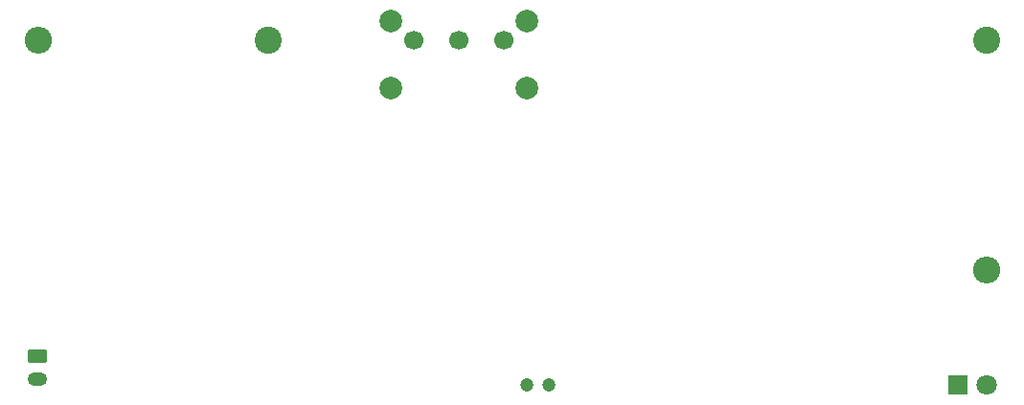
<source format=gbr>
%TF.GenerationSoftware,KiCad,Pcbnew,(6.0.11-0)*%
%TF.CreationDate,2023-03-02T13:46:00-08:00*%
%TF.ProjectId,KiCAD Part One ,4b694341-4420-4506-9172-74204f6e6520,rev?*%
%TF.SameCoordinates,Original*%
%TF.FileFunction,Soldermask,Bot*%
%TF.FilePolarity,Negative*%
%FSLAX46Y46*%
G04 Gerber Fmt 4.6, Leading zero omitted, Abs format (unit mm)*
G04 Created by KiCad (PCBNEW (6.0.11-0)) date 2023-03-02 13:46:00*
%MOMM*%
%LPD*%
G01*
G04 APERTURE LIST*
G04 Aperture macros list*
%AMRoundRect*
0 Rectangle with rounded corners*
0 $1 Rounding radius*
0 $2 $3 $4 $5 $6 $7 $8 $9 X,Y pos of 4 corners*
0 Add a 4 corners polygon primitive as box body*
4,1,4,$2,$3,$4,$5,$6,$7,$8,$9,$2,$3,0*
0 Add four circle primitives for the rounded corners*
1,1,$1+$1,$2,$3*
1,1,$1+$1,$4,$5*
1,1,$1+$1,$6,$7*
1,1,$1+$1,$8,$9*
0 Add four rect primitives between the rounded corners*
20,1,$1+$1,$2,$3,$4,$5,0*
20,1,$1+$1,$4,$5,$6,$7,0*
20,1,$1+$1,$6,$7,$8,$9,0*
20,1,$1+$1,$8,$9,$2,$3,0*%
G04 Aperture macros list end*
%ADD10R,1.800000X1.800000*%
%ADD11C,1.800000*%
%ADD12O,2.400000X2.400000*%
%ADD13C,2.400000*%
%ADD14RoundRect,0.250000X-0.625000X0.350000X-0.625000X-0.350000X0.625000X-0.350000X0.625000X0.350000X0*%
%ADD15O,1.750000X1.200000*%
%ADD16C,1.200000*%
%ADD17C,2.000000*%
%ADD18C,1.700000*%
G04 APERTURE END LIST*
D10*
%TO.C,D1*%
X172720000Y-116840000D03*
D11*
X175260000Y-116840000D03*
%TD*%
D12*
%TO.C,2.2kOhm1*%
X91440000Y-86360000D03*
D13*
X111760000Y-86360000D03*
%TD*%
D14*
%TO.C,V1*%
X91390000Y-114300000D03*
D15*
X91390000Y-116300000D03*
%TD*%
D13*
%TO.C,R1*%
X175260000Y-86360000D03*
D12*
X175260000Y-106680000D03*
%TD*%
D16*
%TO.C,C1*%
X136620000Y-116840000D03*
X134620000Y-116840000D03*
%TD*%
D17*
%TO.C,SW1*%
X134632500Y-84610000D03*
X134632500Y-90610000D03*
X122632500Y-90610000D03*
X122632500Y-84610000D03*
D18*
X124632500Y-86360000D03*
X128632500Y-86360000D03*
X132632500Y-86360000D03*
%TD*%
M02*

</source>
